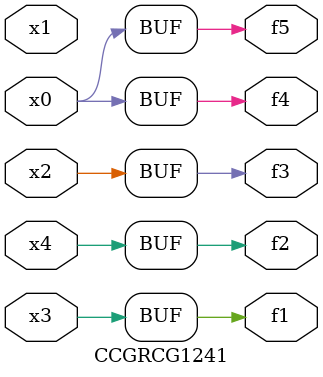
<source format=v>
module CCGRCG1241(
	input x0, x1, x2, x3, x4,
	output f1, f2, f3, f4, f5
);
	assign f1 = x3;
	assign f2 = x4;
	assign f3 = x2;
	assign f4 = x0;
	assign f5 = x0;
endmodule

</source>
